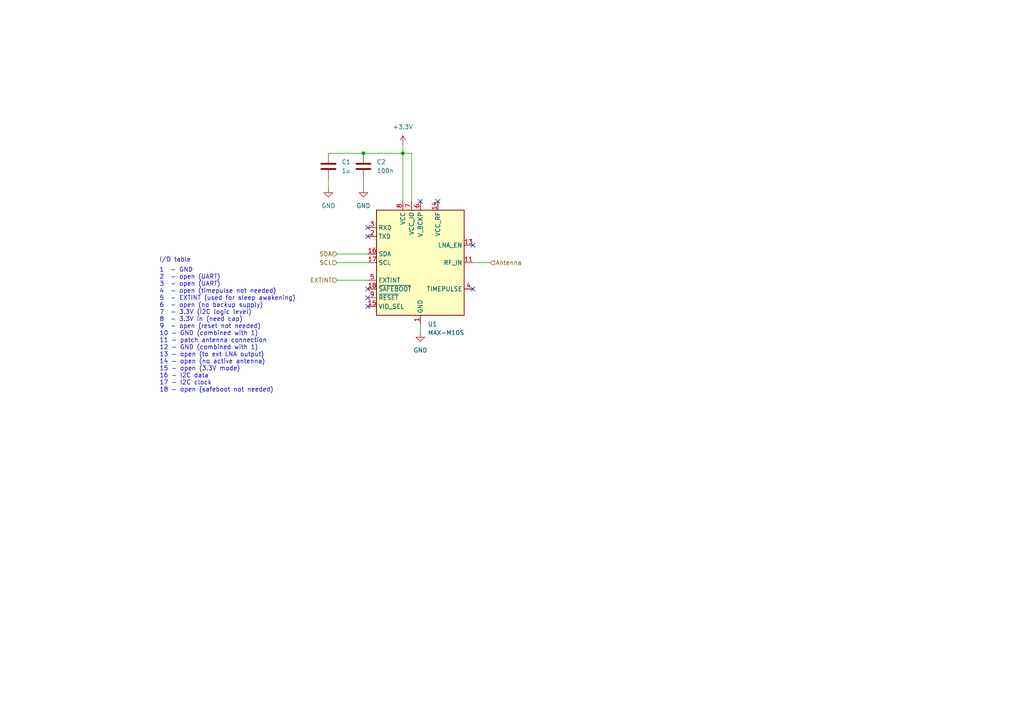
<source format=kicad_sch>
(kicad_sch
	(version 20250114)
	(generator "eeschema")
	(generator_version "9.0")
	(uuid "a848bf19-c2d6-4100-9e51-7675a892f38a")
	(paper "A4")
	(lib_symbols
		(symbol "Device:C"
			(pin_numbers
				(hide yes)
			)
			(pin_names
				(offset 0.254)
			)
			(exclude_from_sim no)
			(in_bom yes)
			(on_board yes)
			(property "Reference" "C"
				(at 0.635 2.54 0)
				(effects
					(font
						(size 1.27 1.27)
					)
					(justify left)
				)
			)
			(property "Value" "C"
				(at 0.635 -2.54 0)
				(effects
					(font
						(size 1.27 1.27)
					)
					(justify left)
				)
			)
			(property "Footprint" ""
				(at 0.9652 -3.81 0)
				(effects
					(font
						(size 1.27 1.27)
					)
					(hide yes)
				)
			)
			(property "Datasheet" "~"
				(at 0 0 0)
				(effects
					(font
						(size 1.27 1.27)
					)
					(hide yes)
				)
			)
			(property "Description" "Unpolarized capacitor"
				(at 0 0 0)
				(effects
					(font
						(size 1.27 1.27)
					)
					(hide yes)
				)
			)
			(property "ki_keywords" "cap capacitor"
				(at 0 0 0)
				(effects
					(font
						(size 1.27 1.27)
					)
					(hide yes)
				)
			)
			(property "ki_fp_filters" "C_*"
				(at 0 0 0)
				(effects
					(font
						(size 1.27 1.27)
					)
					(hide yes)
				)
			)
			(symbol "C_0_1"
				(polyline
					(pts
						(xy -2.032 0.762) (xy 2.032 0.762)
					)
					(stroke
						(width 0.508)
						(type default)
					)
					(fill
						(type none)
					)
				)
				(polyline
					(pts
						(xy -2.032 -0.762) (xy 2.032 -0.762)
					)
					(stroke
						(width 0.508)
						(type default)
					)
					(fill
						(type none)
					)
				)
			)
			(symbol "C_1_1"
				(pin passive line
					(at 0 3.81 270)
					(length 2.794)
					(name "~"
						(effects
							(font
								(size 1.27 1.27)
							)
						)
					)
					(number "1"
						(effects
							(font
								(size 1.27 1.27)
							)
						)
					)
				)
				(pin passive line
					(at 0 -3.81 90)
					(length 2.794)
					(name "~"
						(effects
							(font
								(size 1.27 1.27)
							)
						)
					)
					(number "2"
						(effects
							(font
								(size 1.27 1.27)
							)
						)
					)
				)
			)
			(embedded_fonts no)
		)
		(symbol "RF_GPS:MAX-M10S"
			(exclude_from_sim no)
			(in_bom yes)
			(on_board yes)
			(property "Reference" "U"
				(at -10.16 16.51 0)
				(effects
					(font
						(size 1.27 1.27)
					)
				)
			)
			(property "Value" "MAX-M10S"
				(at 11.43 16.51 0)
				(effects
					(font
						(size 1.27 1.27)
					)
				)
			)
			(property "Footprint" "RF_GPS:ublox_MAX"
				(at 10.16 -16.51 0)
				(effects
					(font
						(size 1.27 1.27)
					)
					(hide yes)
				)
			)
			(property "Datasheet" "https://content.u-blox.com/sites/default/files/MAX-M10S_DataSheet_UBX-20035208.pdf"
				(at 0 0 0)
				(effects
					(font
						(size 1.27 1.27)
					)
					(hide yes)
				)
			)
			(property "Description" "GNSS Module MAX M10, VCC 1.65V to 3.6V"
				(at 0 0 0)
				(effects
					(font
						(size 1.27 1.27)
					)
					(hide yes)
				)
			)
			(property "ki_keywords" "ublox GPS GNSS module"
				(at 0 0 0)
				(effects
					(font
						(size 1.27 1.27)
					)
					(hide yes)
				)
			)
			(property "ki_fp_filters" "ublox?MAX*"
				(at 0 0 0)
				(effects
					(font
						(size 1.27 1.27)
					)
					(hide yes)
				)
			)
			(symbol "MAX-M10S_0_1"
				(rectangle
					(start 12.7 15.24)
					(end -12.7 -15.24)
					(stroke
						(width 0.254)
						(type default)
					)
					(fill
						(type background)
					)
				)
			)
			(symbol "MAX-M10S_1_1"
				(pin input line
					(at -15.24 10.16 0)
					(length 2.54)
					(name "RXD"
						(effects
							(font
								(size 1.27 1.27)
							)
						)
					)
					(number "3"
						(effects
							(font
								(size 1.27 1.27)
							)
						)
					)
				)
				(pin output line
					(at -15.24 7.62 0)
					(length 2.54)
					(name "TXD"
						(effects
							(font
								(size 1.27 1.27)
							)
						)
					)
					(number "2"
						(effects
							(font
								(size 1.27 1.27)
							)
						)
					)
				)
				(pin bidirectional line
					(at -15.24 2.54 0)
					(length 2.54)
					(name "SDA"
						(effects
							(font
								(size 1.27 1.27)
							)
						)
					)
					(number "16"
						(effects
							(font
								(size 1.27 1.27)
							)
						)
					)
				)
				(pin input line
					(at -15.24 0 0)
					(length 2.54)
					(name "SCL"
						(effects
							(font
								(size 1.27 1.27)
							)
						)
					)
					(number "17"
						(effects
							(font
								(size 1.27 1.27)
							)
						)
					)
				)
				(pin input line
					(at -15.24 -5.08 0)
					(length 2.54)
					(name "EXTINT"
						(effects
							(font
								(size 1.27 1.27)
							)
						)
					)
					(number "5"
						(effects
							(font
								(size 1.27 1.27)
							)
						)
					)
				)
				(pin input line
					(at -15.24 -7.62 0)
					(length 2.54)
					(name "~{SAFEBOOT}"
						(effects
							(font
								(size 1.27 1.27)
							)
						)
					)
					(number "18"
						(effects
							(font
								(size 1.27 1.27)
							)
						)
					)
				)
				(pin input line
					(at -15.24 -10.16 0)
					(length 2.54)
					(name "~{RESET}"
						(effects
							(font
								(size 1.27 1.27)
							)
						)
					)
					(number "9"
						(effects
							(font
								(size 1.27 1.27)
							)
						)
					)
				)
				(pin input line
					(at -15.24 -12.7 0)
					(length 2.54)
					(name "VIO_SEL"
						(effects
							(font
								(size 1.27 1.27)
							)
						)
					)
					(number "15"
						(effects
							(font
								(size 1.27 1.27)
							)
						)
					)
				)
				(pin power_in line
					(at -5.08 17.78 270)
					(length 2.54)
					(name "VCC"
						(effects
							(font
								(size 1.27 1.27)
							)
						)
					)
					(number "8"
						(effects
							(font
								(size 1.27 1.27)
							)
						)
					)
				)
				(pin power_in line
					(at -2.54 17.78 270)
					(length 2.54)
					(name "VCC_IO"
						(effects
							(font
								(size 1.27 1.27)
							)
						)
					)
					(number "7"
						(effects
							(font
								(size 1.27 1.27)
							)
						)
					)
				)
				(pin power_in line
					(at 0 17.78 270)
					(length 2.54)
					(name "V_BCKP"
						(effects
							(font
								(size 1.27 1.27)
							)
						)
					)
					(number "6"
						(effects
							(font
								(size 1.27 1.27)
							)
						)
					)
				)
				(pin power_in line
					(at 0 -17.78 90)
					(length 2.54)
					(name "GND"
						(effects
							(font
								(size 1.27 1.27)
							)
						)
					)
					(number "1"
						(effects
							(font
								(size 1.27 1.27)
							)
						)
					)
				)
				(pin passive line
					(at 0 -17.78 90)
					(length 2.54)
					(hide yes)
					(name "GND"
						(effects
							(font
								(size 1.27 1.27)
							)
						)
					)
					(number "10"
						(effects
							(font
								(size 1.27 1.27)
							)
						)
					)
				)
				(pin passive line
					(at 0 -17.78 90)
					(length 2.54)
					(hide yes)
					(name "GND"
						(effects
							(font
								(size 1.27 1.27)
							)
						)
					)
					(number "12"
						(effects
							(font
								(size 1.27 1.27)
							)
						)
					)
				)
				(pin power_out line
					(at 5.08 17.78 270)
					(length 2.54)
					(name "VCC_RF"
						(effects
							(font
								(size 1.27 1.27)
							)
						)
					)
					(number "14"
						(effects
							(font
								(size 1.27 1.27)
							)
						)
					)
				)
				(pin output line
					(at 15.24 5.08 180)
					(length 2.54)
					(name "LNA_EN"
						(effects
							(font
								(size 1.27 1.27)
							)
						)
					)
					(number "13"
						(effects
							(font
								(size 1.27 1.27)
							)
						)
					)
				)
				(pin input line
					(at 15.24 0 180)
					(length 2.54)
					(name "RF_IN"
						(effects
							(font
								(size 1.27 1.27)
							)
						)
					)
					(number "11"
						(effects
							(font
								(size 1.27 1.27)
							)
						)
					)
				)
				(pin output line
					(at 15.24 -7.62 180)
					(length 2.54)
					(name "TIMEPULSE"
						(effects
							(font
								(size 1.27 1.27)
							)
						)
					)
					(number "4"
						(effects
							(font
								(size 1.27 1.27)
							)
						)
					)
				)
			)
			(embedded_fonts no)
		)
		(symbol "power:+3.3V"
			(power)
			(pin_numbers
				(hide yes)
			)
			(pin_names
				(offset 0)
				(hide yes)
			)
			(exclude_from_sim no)
			(in_bom yes)
			(on_board yes)
			(property "Reference" "#PWR"
				(at 0 -3.81 0)
				(effects
					(font
						(size 1.27 1.27)
					)
					(hide yes)
				)
			)
			(property "Value" "+3.3V"
				(at 0 3.556 0)
				(effects
					(font
						(size 1.27 1.27)
					)
				)
			)
			(property "Footprint" ""
				(at 0 0 0)
				(effects
					(font
						(size 1.27 1.27)
					)
					(hide yes)
				)
			)
			(property "Datasheet" ""
				(at 0 0 0)
				(effects
					(font
						(size 1.27 1.27)
					)
					(hide yes)
				)
			)
			(property "Description" "Power symbol creates a global label with name \"+3.3V\""
				(at 0 0 0)
				(effects
					(font
						(size 1.27 1.27)
					)
					(hide yes)
				)
			)
			(property "ki_keywords" "global power"
				(at 0 0 0)
				(effects
					(font
						(size 1.27 1.27)
					)
					(hide yes)
				)
			)
			(symbol "+3.3V_0_1"
				(polyline
					(pts
						(xy -0.762 1.27) (xy 0 2.54)
					)
					(stroke
						(width 0)
						(type default)
					)
					(fill
						(type none)
					)
				)
				(polyline
					(pts
						(xy 0 2.54) (xy 0.762 1.27)
					)
					(stroke
						(width 0)
						(type default)
					)
					(fill
						(type none)
					)
				)
				(polyline
					(pts
						(xy 0 0) (xy 0 2.54)
					)
					(stroke
						(width 0)
						(type default)
					)
					(fill
						(type none)
					)
				)
			)
			(symbol "+3.3V_1_1"
				(pin power_in line
					(at 0 0 90)
					(length 0)
					(name "~"
						(effects
							(font
								(size 1.27 1.27)
							)
						)
					)
					(number "1"
						(effects
							(font
								(size 1.27 1.27)
							)
						)
					)
				)
			)
			(embedded_fonts no)
		)
		(symbol "power:GND"
			(power)
			(pin_numbers
				(hide yes)
			)
			(pin_names
				(offset 0)
				(hide yes)
			)
			(exclude_from_sim no)
			(in_bom yes)
			(on_board yes)
			(property "Reference" "#PWR"
				(at 0 -6.35 0)
				(effects
					(font
						(size 1.27 1.27)
					)
					(hide yes)
				)
			)
			(property "Value" "GND"
				(at 0 -3.81 0)
				(effects
					(font
						(size 1.27 1.27)
					)
				)
			)
			(property "Footprint" ""
				(at 0 0 0)
				(effects
					(font
						(size 1.27 1.27)
					)
					(hide yes)
				)
			)
			(property "Datasheet" ""
				(at 0 0 0)
				(effects
					(font
						(size 1.27 1.27)
					)
					(hide yes)
				)
			)
			(property "Description" "Power symbol creates a global label with name \"GND\" , ground"
				(at 0 0 0)
				(effects
					(font
						(size 1.27 1.27)
					)
					(hide yes)
				)
			)
			(property "ki_keywords" "global power"
				(at 0 0 0)
				(effects
					(font
						(size 1.27 1.27)
					)
					(hide yes)
				)
			)
			(symbol "GND_0_1"
				(polyline
					(pts
						(xy 0 0) (xy 0 -1.27) (xy 1.27 -1.27) (xy 0 -2.54) (xy -1.27 -1.27) (xy 0 -1.27)
					)
					(stroke
						(width 0)
						(type default)
					)
					(fill
						(type none)
					)
				)
			)
			(symbol "GND_1_1"
				(pin power_in line
					(at 0 0 270)
					(length 0)
					(name "~"
						(effects
							(font
								(size 1.27 1.27)
							)
						)
					)
					(number "1"
						(effects
							(font
								(size 1.27 1.27)
							)
						)
					)
				)
			)
			(embedded_fonts no)
		)
	)
	(text "1  - GND\n2  - open (UART)\n3  - open (UART)\n4  - open (timepulse not needed)\n5  - EXTINT (used for sleep awakening)\n6  - open (no backup supply)\n7  - 3.3V (I2C logic level)\n8  - 3.3V in (need cap)\n9  - open (reset not needed)\n10 - GND (combined with 1)\n11 - patch antenna connection\n12 - GND (combined with 1)\n13 - open (to ext LNA output)\n14 - open (no active antenna)\n15 - open (3.3V mode)\n16 - I2C data\n17 - I2C clock\n18 - open (safeboot not needed)"
		(exclude_from_sim no)
		(at 46.228 95.758 0)
		(effects
			(font
				(size 1.27 1.27)
			)
			(justify left)
		)
		(uuid "e9502c97-7981-44d6-a384-0cc255a0b991")
	)
	(text "I/O table\n"
		(exclude_from_sim no)
		(at 50.8 75.438 0)
		(effects
			(font
				(size 1.27 1.27)
			)
		)
		(uuid "f77da71c-c7c9-40b8-8064-9915c5506dd8")
	)
	(junction
		(at 105.41 44.45)
		(diameter 0)
		(color 0 0 0 0)
		(uuid "24a399b4-cbed-406f-865e-679b0b8ff65b")
	)
	(junction
		(at 116.84 44.45)
		(diameter 0)
		(color 0 0 0 0)
		(uuid "43884eb6-a777-4742-9960-80dafb4b4f01")
	)
	(no_connect
		(at 121.92 58.42)
		(uuid "0371ee58-9908-4acc-8916-a511be721e73")
	)
	(no_connect
		(at 137.16 83.82)
		(uuid "2178d6d9-6f1b-4ab5-abdd-ed383e2f246a")
	)
	(no_connect
		(at 127 58.42)
		(uuid "2a9110b6-0844-4177-88fe-ab917cce2e99")
	)
	(no_connect
		(at 106.68 83.82)
		(uuid "3dc18126-f770-47ec-8718-2ff93e10044d")
	)
	(no_connect
		(at 106.68 68.58)
		(uuid "586dcede-7e6f-415f-ad9b-d9c7cfaca3af")
	)
	(no_connect
		(at 106.68 66.04)
		(uuid "a017e0bc-a0ae-4021-b98c-579388dfeb6e")
	)
	(no_connect
		(at 106.68 86.36)
		(uuid "f03654ac-4d2b-4be9-864e-a98457a33084")
	)
	(no_connect
		(at 106.68 88.9)
		(uuid "f38cfd5e-7d38-4ea9-9f0a-9397a5325a8c")
	)
	(no_connect
		(at 137.16 71.12)
		(uuid "f91fb415-0c54-4e0c-bc21-abf5a8e2224c")
	)
	(wire
		(pts
			(xy 105.41 52.07) (xy 105.41 54.61)
		)
		(stroke
			(width 0)
			(type default)
		)
		(uuid "099b605a-506c-4d34-9fca-ae60ffd29673")
	)
	(wire
		(pts
			(xy 97.79 76.2) (xy 106.68 76.2)
		)
		(stroke
			(width 0)
			(type default)
		)
		(uuid "20f157d1-6942-45f7-9323-574a00017438")
	)
	(wire
		(pts
			(xy 105.41 44.45) (xy 116.84 44.45)
		)
		(stroke
			(width 0)
			(type default)
		)
		(uuid "36ff6534-f5c3-47d4-bf46-2bd8643c7e17")
	)
	(wire
		(pts
			(xy 121.92 93.98) (xy 121.92 96.52)
		)
		(stroke
			(width 0)
			(type default)
		)
		(uuid "59197f14-fe8a-42a4-b31d-14c009c0d7ac")
	)
	(wire
		(pts
			(xy 95.25 44.45) (xy 105.41 44.45)
		)
		(stroke
			(width 0)
			(type default)
		)
		(uuid "5ad9fe04-6d67-4352-a361-ce772a14b2d4")
	)
	(wire
		(pts
			(xy 137.16 76.2) (xy 142.24 76.2)
		)
		(stroke
			(width 0)
			(type default)
		)
		(uuid "685e6593-c7ff-4852-85b0-c6843d6340d4")
	)
	(wire
		(pts
			(xy 97.79 73.66) (xy 106.68 73.66)
		)
		(stroke
			(width 0)
			(type default)
		)
		(uuid "6a7d4fcc-8968-4b8d-9216-b62f2ebb5f02")
	)
	(wire
		(pts
			(xy 116.84 44.45) (xy 116.84 58.42)
		)
		(stroke
			(width 0)
			(type default)
		)
		(uuid "8dd696f7-8437-4dc1-9708-a9f4db304b42")
	)
	(wire
		(pts
			(xy 95.25 52.07) (xy 95.25 54.61)
		)
		(stroke
			(width 0)
			(type default)
		)
		(uuid "a7aee9f6-8d16-4d06-868b-091479c6b202")
	)
	(wire
		(pts
			(xy 116.84 44.45) (xy 119.38 44.45)
		)
		(stroke
			(width 0)
			(type default)
		)
		(uuid "cc1af4fe-3728-4502-9e3b-28230f0b0201")
	)
	(wire
		(pts
			(xy 119.38 44.45) (xy 119.38 58.42)
		)
		(stroke
			(width 0)
			(type default)
		)
		(uuid "da488a58-61da-4021-bb89-389fe79fe5d1")
	)
	(wire
		(pts
			(xy 97.79 81.28) (xy 106.68 81.28)
		)
		(stroke
			(width 0)
			(type default)
		)
		(uuid "dc662e6f-a023-4f3b-b202-aef77b4f20aa")
	)
	(wire
		(pts
			(xy 116.84 41.91) (xy 116.84 44.45)
		)
		(stroke
			(width 0)
			(type default)
		)
		(uuid "e28318c8-96c3-4402-ac36-b47f85f007c3")
	)
	(hierarchical_label "EXTINT"
		(shape input)
		(at 97.79 81.28 180)
		(effects
			(font
				(size 1.27 1.27)
			)
			(justify right)
		)
		(uuid "10a72b13-016c-4443-9ef2-db349a219d1d")
	)
	(hierarchical_label "SCL"
		(shape input)
		(at 97.79 76.2 180)
		(effects
			(font
				(size 1.27 1.27)
			)
			(justify right)
		)
		(uuid "61377a77-5bfb-4c09-8591-39aa0f4a29e4")
	)
	(hierarchical_label "SDA"
		(shape input)
		(at 97.79 73.66 180)
		(effects
			(font
				(size 1.27 1.27)
			)
			(justify right)
		)
		(uuid "6372c4c2-8c7b-47f8-af5f-bf40bd633dff")
	)
	(hierarchical_label "Antenna"
		(shape input)
		(at 142.24 76.2 0)
		(effects
			(font
				(size 1.27 1.27)
			)
			(justify left)
		)
		(uuid "668e5b1c-f3a4-44bf-8fac-ac550587395f")
	)
	(symbol
		(lib_id "Device:C")
		(at 105.41 48.26 0)
		(unit 1)
		(exclude_from_sim no)
		(in_bom yes)
		(on_board yes)
		(dnp no)
		(fields_autoplaced yes)
		(uuid "0ad7a63b-d17b-4642-89c5-05938161485c")
		(property "Reference" "C2"
			(at 109.22 46.9899 0)
			(effects
				(font
					(size 1.27 1.27)
				)
				(justify left)
			)
		)
		(property "Value" "100n"
			(at 109.22 49.5299 0)
			(effects
				(font
					(size 1.27 1.27)
				)
				(justify left)
			)
		)
		(property "Footprint" "Capacitor_SMD:C_0402_1005Metric"
			(at 106.3752 52.07 0)
			(effects
				(font
					(size 1.27 1.27)
				)
				(hide yes)
			)
		)
		(property "Datasheet" "~"
			(at 105.41 48.26 0)
			(effects
				(font
					(size 1.27 1.27)
				)
				(hide yes)
			)
		)
		(property "Description" "Unpolarized capacitor"
			(at 105.41 48.26 0)
			(effects
				(font
					(size 1.27 1.27)
				)
				(hide yes)
			)
		)
		(pin "1"
			(uuid "cd4008bc-cabc-43e2-9683-ab8747cf2812")
		)
		(pin "2"
			(uuid "2ac1c8a9-7fc0-48cc-bcd0-1699d7e39ce2")
		)
		(instances
			(project "Data_Logger_Board"
				(path "/db968e42-3ace-4cc9-9096-9d8f48135c40/caa54f87-1e96-4d4c-b6a8-b81d14fe08af"
					(reference "C2")
					(unit 1)
				)
			)
		)
	)
	(symbol
		(lib_id "Device:C")
		(at 95.25 48.26 0)
		(unit 1)
		(exclude_from_sim no)
		(in_bom yes)
		(on_board yes)
		(dnp no)
		(uuid "0ca5f221-486e-47d1-b1fb-dd6144e4ce38")
		(property "Reference" "C1"
			(at 99.06 46.9899 0)
			(effects
				(font
					(size 1.27 1.27)
				)
				(justify left)
			)
		)
		(property "Value" "1u"
			(at 99.06 49.5299 0)
			(effects
				(font
					(size 1.27 1.27)
				)
				(justify left)
			)
		)
		(property "Footprint" "Capacitor_SMD:C_0402_1005Metric"
			(at 96.2152 52.07 0)
			(effects
				(font
					(size 1.27 1.27)
				)
				(hide yes)
			)
		)
		(property "Datasheet" "~"
			(at 95.25 48.26 0)
			(effects
				(font
					(size 1.27 1.27)
				)
				(hide yes)
			)
		)
		(property "Description" "Unpolarized capacitor"
			(at 95.25 48.26 0)
			(effects
				(font
					(size 1.27 1.27)
				)
				(hide yes)
			)
		)
		(pin "1"
			(uuid "d9c4c824-0ec0-4c3d-be43-9e8419e82083")
		)
		(pin "2"
			(uuid "7705afaa-c42d-496b-892c-f783ce530d1e")
		)
		(instances
			(project "Data_Logger_Board"
				(path "/db968e42-3ace-4cc9-9096-9d8f48135c40/caa54f87-1e96-4d4c-b6a8-b81d14fe08af"
					(reference "C1")
					(unit 1)
				)
			)
		)
	)
	(symbol
		(lib_id "power:GND")
		(at 121.92 96.52 0)
		(unit 1)
		(exclude_from_sim no)
		(in_bom yes)
		(on_board yes)
		(dnp no)
		(fields_autoplaced yes)
		(uuid "23d111f9-25dd-40b7-a9f3-24b7d89d3a6b")
		(property "Reference" "#PWR01"
			(at 121.92 102.87 0)
			(effects
				(font
					(size 1.27 1.27)
				)
				(hide yes)
			)
		)
		(property "Value" "GND"
			(at 121.92 101.6 0)
			(effects
				(font
					(size 1.27 1.27)
				)
			)
		)
		(property "Footprint" ""
			(at 121.92 96.52 0)
			(effects
				(font
					(size 1.27 1.27)
				)
				(hide yes)
			)
		)
		(property "Datasheet" ""
			(at 121.92 96.52 0)
			(effects
				(font
					(size 1.27 1.27)
				)
				(hide yes)
			)
		)
		(property "Description" "Power symbol creates a global label with name \"GND\" , ground"
			(at 121.92 96.52 0)
			(effects
				(font
					(size 1.27 1.27)
				)
				(hide yes)
			)
		)
		(pin "1"
			(uuid "2d770bf6-6449-430e-8c37-72583dd580f5")
		)
		(instances
			(project "Data_Logger_Board"
				(path "/db968e42-3ace-4cc9-9096-9d8f48135c40/caa54f87-1e96-4d4c-b6a8-b81d14fe08af"
					(reference "#PWR01")
					(unit 1)
				)
			)
		)
	)
	(symbol
		(lib_id "power:GND")
		(at 105.41 54.61 0)
		(unit 1)
		(exclude_from_sim no)
		(in_bom yes)
		(on_board yes)
		(dnp no)
		(fields_autoplaced yes)
		(uuid "45ed0382-ee49-4664-9c32-ff52935a42f1")
		(property "Reference" "#PWR04"
			(at 105.41 60.96 0)
			(effects
				(font
					(size 1.27 1.27)
				)
				(hide yes)
			)
		)
		(property "Value" "GND"
			(at 105.41 59.69 0)
			(effects
				(font
					(size 1.27 1.27)
				)
			)
		)
		(property "Footprint" ""
			(at 105.41 54.61 0)
			(effects
				(font
					(size 1.27 1.27)
				)
				(hide yes)
			)
		)
		(property "Datasheet" ""
			(at 105.41 54.61 0)
			(effects
				(font
					(size 1.27 1.27)
				)
				(hide yes)
			)
		)
		(property "Description" "Power symbol creates a global label with name \"GND\" , ground"
			(at 105.41 54.61 0)
			(effects
				(font
					(size 1.27 1.27)
				)
				(hide yes)
			)
		)
		(pin "1"
			(uuid "1ab5646c-0d99-4de7-97e5-0284d74843d8")
		)
		(instances
			(project "Data_Logger_Board"
				(path "/db968e42-3ace-4cc9-9096-9d8f48135c40/caa54f87-1e96-4d4c-b6a8-b81d14fe08af"
					(reference "#PWR04")
					(unit 1)
				)
			)
		)
	)
	(symbol
		(lib_id "power:+3.3V")
		(at 116.84 41.91 0)
		(unit 1)
		(exclude_from_sim no)
		(in_bom yes)
		(on_board yes)
		(dnp no)
		(fields_autoplaced yes)
		(uuid "46a1f5b2-a448-40b5-a6b4-5348c2d4109d")
		(property "Reference" "#PWR02"
			(at 116.84 45.72 0)
			(effects
				(font
					(size 1.27 1.27)
				)
				(hide yes)
			)
		)
		(property "Value" "+3.3V"
			(at 116.84 36.83 0)
			(effects
				(font
					(size 1.27 1.27)
				)
			)
		)
		(property "Footprint" ""
			(at 116.84 41.91 0)
			(effects
				(font
					(size 1.27 1.27)
				)
				(hide yes)
			)
		)
		(property "Datasheet" ""
			(at 116.84 41.91 0)
			(effects
				(font
					(size 1.27 1.27)
				)
				(hide yes)
			)
		)
		(property "Description" "Power symbol creates a global label with name \"+3.3V\""
			(at 116.84 41.91 0)
			(effects
				(font
					(size 1.27 1.27)
				)
				(hide yes)
			)
		)
		(pin "1"
			(uuid "b694bc52-6519-439a-b049-a9f3e8386008")
		)
		(instances
			(project "Data_Logger_Board"
				(path "/db968e42-3ace-4cc9-9096-9d8f48135c40/caa54f87-1e96-4d4c-b6a8-b81d14fe08af"
					(reference "#PWR02")
					(unit 1)
				)
			)
		)
	)
	(symbol
		(lib_id "power:GND")
		(at 95.25 54.61 0)
		(unit 1)
		(exclude_from_sim no)
		(in_bom yes)
		(on_board yes)
		(dnp no)
		(fields_autoplaced yes)
		(uuid "8e4cb308-b743-4b53-bb97-710e4d52dedc")
		(property "Reference" "#PWR03"
			(at 95.25 60.96 0)
			(effects
				(font
					(size 1.27 1.27)
				)
				(hide yes)
			)
		)
		(property "Value" "GND"
			(at 95.25 59.69 0)
			(effects
				(font
					(size 1.27 1.27)
				)
			)
		)
		(property "Footprint" ""
			(at 95.25 54.61 0)
			(effects
				(font
					(size 1.27 1.27)
				)
				(hide yes)
			)
		)
		(property "Datasheet" ""
			(at 95.25 54.61 0)
			(effects
				(font
					(size 1.27 1.27)
				)
				(hide yes)
			)
		)
		(property "Description" "Power symbol creates a global label with name \"GND\" , ground"
			(at 95.25 54.61 0)
			(effects
				(font
					(size 1.27 1.27)
				)
				(hide yes)
			)
		)
		(pin "1"
			(uuid "e321cb2a-72ba-4fa5-9e77-4864bf4ae552")
		)
		(instances
			(project "Data_Logger_Board"
				(path "/db968e42-3ace-4cc9-9096-9d8f48135c40/caa54f87-1e96-4d4c-b6a8-b81d14fe08af"
					(reference "#PWR03")
					(unit 1)
				)
			)
		)
	)
	(symbol
		(lib_id "RF_GPS:MAX-M10S")
		(at 121.92 76.2 0)
		(unit 1)
		(exclude_from_sim no)
		(in_bom yes)
		(on_board yes)
		(dnp no)
		(fields_autoplaced yes)
		(uuid "c52c668e-f1a4-4a11-8ea9-693b8690ec69")
		(property "Reference" "U1"
			(at 124.0633 93.98 0)
			(effects
				(font
					(size 1.27 1.27)
				)
				(justify left)
			)
		)
		(property "Value" "MAX-M10S"
			(at 124.0633 96.52 0)
			(effects
				(font
					(size 1.27 1.27)
				)
				(justify left)
			)
		)
		(property "Footprint" "RF_GPS:ublox_MAX"
			(at 132.08 92.71 0)
			(effects
				(font
					(size 1.27 1.27)
				)
				(hide yes)
			)
		)
		(property "Datasheet" "https://content.u-blox.com/sites/default/files/MAX-M10S_DataSheet_UBX-20035208.pdf"
			(at 121.92 76.2 0)
			(effects
				(font
					(size 1.27 1.27)
				)
				(hide yes)
			)
		)
		(property "Description" "GNSS Module MAX M10, VCC 1.65V to 3.6V"
			(at 121.92 76.2 0)
			(effects
				(font
					(size 1.27 1.27)
				)
				(hide yes)
			)
		)
		(pin "14"
			(uuid "22e7da52-92cf-462a-923c-e978e7145539")
		)
		(pin "11"
			(uuid "24cf75a3-8993-4146-accb-500f31889a3d")
		)
		(pin "5"
			(uuid "72cee386-6925-4f9a-8ee0-7410c0c882b4")
		)
		(pin "13"
			(uuid "3904e91a-3a77-402b-9676-e11f505dc2a5")
		)
		(pin "16"
			(uuid "19cb6084-773d-4178-8ccb-b55ad91da5d5")
		)
		(pin "17"
			(uuid "1589d0c7-7c9c-4ab5-b322-3101256c38d4")
		)
		(pin "18"
			(uuid "556006d6-85b5-4f6f-9025-9d6ae2181c30")
		)
		(pin "9"
			(uuid "9f407a31-0569-46d3-bfb6-7bf2aa7019e6")
		)
		(pin "6"
			(uuid "cc347cca-beae-4f40-ae29-98374e8ddc45")
		)
		(pin "3"
			(uuid "5d13d812-9650-4759-8699-175dc5685338")
		)
		(pin "2"
			(uuid "75d0e88c-cebf-43b4-a8e4-971ca57f5db0")
		)
		(pin "15"
			(uuid "ee5ba108-9fe8-4e04-b295-4ca82eac4e7a")
		)
		(pin "8"
			(uuid "f702d5c3-1c03-4516-8b20-be0659756ec0")
		)
		(pin "7"
			(uuid "0eb55206-305e-4e3a-a329-250ed0a59695")
		)
		(pin "1"
			(uuid "00b2bdf0-bd18-4c88-a32c-90a1e07f967b")
		)
		(pin "10"
			(uuid "fcffa9b9-3c50-476c-afad-aa152836170e")
		)
		(pin "12"
			(uuid "95ec0203-5a63-4ca5-8d54-67608c58e858")
		)
		(pin "4"
			(uuid "535cfeec-bfcf-4dd2-aeb5-b4e7b022a96a")
		)
		(instances
			(project "Data_Logger_Board"
				(path "/db968e42-3ace-4cc9-9096-9d8f48135c40/caa54f87-1e96-4d4c-b6a8-b81d14fe08af"
					(reference "U1")
					(unit 1)
				)
			)
		)
	)
)

</source>
